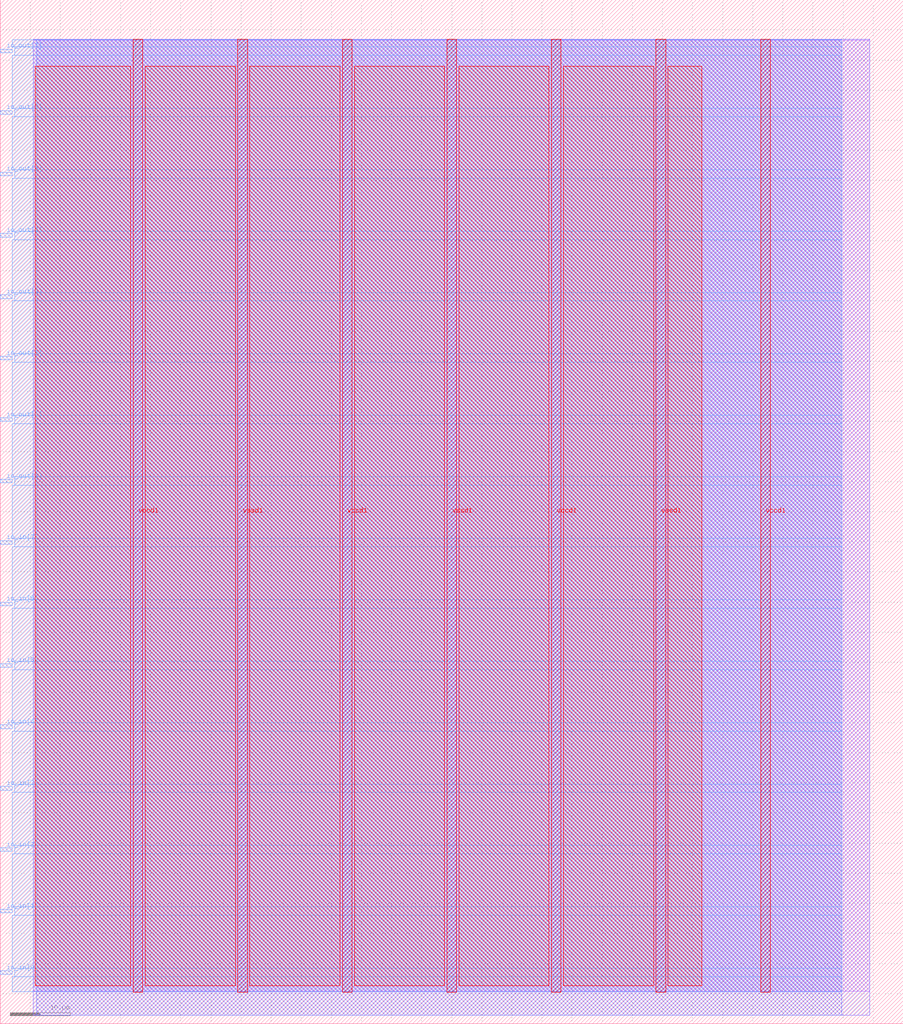
<source format=lef>
VERSION 5.7 ;
  NOWIREEXTENSIONATPIN ON ;
  DIVIDERCHAR "/" ;
  BUSBITCHARS "[]" ;
MACRO secretFile
  CLASS BLOCK ;
  FOREIGN secretFile ;
  ORIGIN 0.000 0.000 ;
  SIZE 150.000 BY 170.000 ;
  PIN io_in[0]
    DIRECTION INPUT ;
    USE SIGNAL ;
    PORT
      LAYER met3 ;
        RECT 0.000 8.200 2.000 8.800 ;
    END
  END io_in[0]
  PIN io_in[1]
    DIRECTION INPUT ;
    USE SIGNAL ;
    PORT
      LAYER met3 ;
        RECT 0.000 18.400 2.000 19.000 ;
    END
  END io_in[1]
  PIN io_in[2]
    DIRECTION INPUT ;
    USE SIGNAL ;
    PORT
      LAYER met3 ;
        RECT 0.000 28.600 2.000 29.200 ;
    END
  END io_in[2]
  PIN io_in[3]
    DIRECTION INPUT ;
    USE SIGNAL ;
    PORT
      LAYER met3 ;
        RECT 0.000 38.800 2.000 39.400 ;
    END
  END io_in[3]
  PIN io_in[4]
    DIRECTION INPUT ;
    USE SIGNAL ;
    PORT
      LAYER met3 ;
        RECT 0.000 49.000 2.000 49.600 ;
    END
  END io_in[4]
  PIN io_in[5]
    DIRECTION INPUT ;
    USE SIGNAL ;
    PORT
      LAYER met3 ;
        RECT 0.000 59.200 2.000 59.800 ;
    END
  END io_in[5]
  PIN io_in[6]
    DIRECTION INPUT ;
    USE SIGNAL ;
    PORT
      LAYER met3 ;
        RECT 0.000 69.400 2.000 70.000 ;
    END
  END io_in[6]
  PIN io_in[7]
    DIRECTION INPUT ;
    USE SIGNAL ;
    PORT
      LAYER met3 ;
        RECT 0.000 79.600 2.000 80.200 ;
    END
  END io_in[7]
  PIN io_out[0]
    DIRECTION OUTPUT TRISTATE ;
    USE SIGNAL ;
    PORT
      LAYER met3 ;
        RECT 0.000 89.800 2.000 90.400 ;
    END
  END io_out[0]
  PIN io_out[1]
    DIRECTION OUTPUT TRISTATE ;
    USE SIGNAL ;
    PORT
      LAYER met3 ;
        RECT 0.000 100.000 2.000 100.600 ;
    END
  END io_out[1]
  PIN io_out[2]
    DIRECTION OUTPUT TRISTATE ;
    USE SIGNAL ;
    PORT
      LAYER met3 ;
        RECT 0.000 110.200 2.000 110.800 ;
    END
  END io_out[2]
  PIN io_out[3]
    DIRECTION OUTPUT TRISTATE ;
    USE SIGNAL ;
    PORT
      LAYER met3 ;
        RECT 0.000 120.400 2.000 121.000 ;
    END
  END io_out[3]
  PIN io_out[4]
    DIRECTION OUTPUT TRISTATE ;
    USE SIGNAL ;
    PORT
      LAYER met3 ;
        RECT 0.000 130.600 2.000 131.200 ;
    END
  END io_out[4]
  PIN io_out[5]
    DIRECTION OUTPUT TRISTATE ;
    USE SIGNAL ;
    PORT
      LAYER met3 ;
        RECT 0.000 140.800 2.000 141.400 ;
    END
  END io_out[5]
  PIN io_out[6]
    DIRECTION OUTPUT TRISTATE ;
    USE SIGNAL ;
    PORT
      LAYER met3 ;
        RECT 0.000 151.000 2.000 151.600 ;
    END
  END io_out[6]
  PIN io_out[7]
    DIRECTION OUTPUT TRISTATE ;
    USE SIGNAL ;
    PORT
      LAYER met3 ;
        RECT 0.000 161.200 2.000 161.800 ;
    END
  END io_out[7]
  PIN vccd1
    DIRECTION INOUT ;
    USE POWER ;
    PORT
      LAYER met4 ;
        RECT 22.090 5.200 23.690 163.440 ;
    END
    PORT
      LAYER met4 ;
        RECT 56.830 5.200 58.430 163.440 ;
    END
    PORT
      LAYER met4 ;
        RECT 91.570 5.200 93.170 163.440 ;
    END
    PORT
      LAYER met4 ;
        RECT 126.310 5.200 127.910 163.440 ;
    END
  END vccd1
  PIN vssd1
    DIRECTION INOUT ;
    USE GROUND ;
    PORT
      LAYER met4 ;
        RECT 39.460 5.200 41.060 163.440 ;
    END
    PORT
      LAYER met4 ;
        RECT 74.200 5.200 75.800 163.440 ;
    END
    PORT
      LAYER met4 ;
        RECT 108.940 5.200 110.540 163.440 ;
    END
  END vssd1
  OBS
      LAYER li1 ;
        RECT 5.520 5.355 144.440 163.285 ;
      LAYER met1 ;
        RECT 5.520 1.400 144.440 163.440 ;
      LAYER met2 ;
        RECT 6.080 1.370 139.750 163.385 ;
      LAYER met3 ;
        RECT 2.000 162.200 139.775 163.365 ;
        RECT 2.400 160.800 139.775 162.200 ;
        RECT 2.000 152.000 139.775 160.800 ;
        RECT 2.400 150.600 139.775 152.000 ;
        RECT 2.000 141.800 139.775 150.600 ;
        RECT 2.400 140.400 139.775 141.800 ;
        RECT 2.000 131.600 139.775 140.400 ;
        RECT 2.400 130.200 139.775 131.600 ;
        RECT 2.000 121.400 139.775 130.200 ;
        RECT 2.400 120.000 139.775 121.400 ;
        RECT 2.000 111.200 139.775 120.000 ;
        RECT 2.400 109.800 139.775 111.200 ;
        RECT 2.000 101.000 139.775 109.800 ;
        RECT 2.400 99.600 139.775 101.000 ;
        RECT 2.000 90.800 139.775 99.600 ;
        RECT 2.400 89.400 139.775 90.800 ;
        RECT 2.000 80.600 139.775 89.400 ;
        RECT 2.400 79.200 139.775 80.600 ;
        RECT 2.000 70.400 139.775 79.200 ;
        RECT 2.400 69.000 139.775 70.400 ;
        RECT 2.000 60.200 139.775 69.000 ;
        RECT 2.400 58.800 139.775 60.200 ;
        RECT 2.000 50.000 139.775 58.800 ;
        RECT 2.400 48.600 139.775 50.000 ;
        RECT 2.000 39.800 139.775 48.600 ;
        RECT 2.400 38.400 139.775 39.800 ;
        RECT 2.000 29.600 139.775 38.400 ;
        RECT 2.400 28.200 139.775 29.600 ;
        RECT 2.000 19.400 139.775 28.200 ;
        RECT 2.400 18.000 139.775 19.400 ;
        RECT 2.000 9.200 139.775 18.000 ;
        RECT 2.400 7.800 139.775 9.200 ;
        RECT 2.000 5.275 139.775 7.800 ;
      LAYER met4 ;
        RECT 5.815 6.295 21.690 158.945 ;
        RECT 24.090 6.295 39.060 158.945 ;
        RECT 41.460 6.295 56.430 158.945 ;
        RECT 58.830 6.295 73.800 158.945 ;
        RECT 76.200 6.295 91.170 158.945 ;
        RECT 93.570 6.295 108.540 158.945 ;
        RECT 110.940 6.295 116.545 158.945 ;
  END
END secretFile
END LIBRARY


</source>
